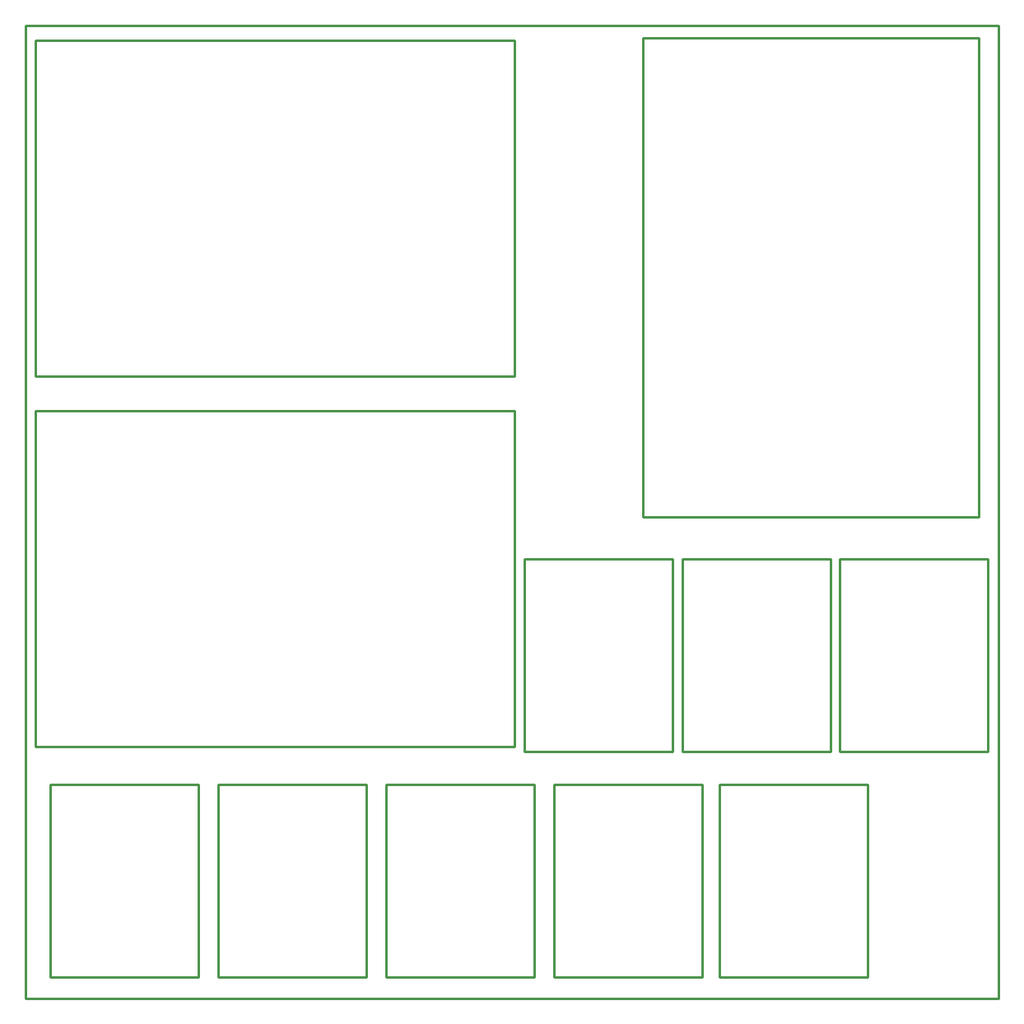
<source format=gko>
%FSLAX25Y25*%
%MOIN*%
G70*
G01*
G75*
G04 Layer_Color=16711935*
%ADD10R,0.01772X0.06299*%
%ADD11R,0.06299X0.13386*%
%ADD12R,0.05512X0.01654*%
%ADD13R,0.04724X0.04724*%
%ADD14R,0.08465X0.05000*%
%ADD15R,0.09000X0.15000*%
%ADD16R,0.05906X0.03937*%
%ADD17R,0.03937X0.05906*%
%ADD18R,0.07874X0.11024*%
%ADD19R,0.03500X0.05000*%
%ADD20R,0.07874X0.15748*%
%ADD21R,0.06299X0.09449*%
%ADD22R,0.05512X0.07087*%
%ADD23R,0.05906X0.15748*%
%ADD24R,0.06299X0.01772*%
%ADD25R,0.13386X0.06299*%
%ADD26R,0.01654X0.05512*%
%ADD27R,0.04724X0.04724*%
%ADD28R,0.05000X0.08465*%
%ADD29R,0.15000X0.09000*%
%ADD30R,0.11024X0.07874*%
%ADD31R,0.15748X0.05906*%
%ADD32R,0.05000X0.03500*%
%ADD33R,0.15748X0.07874*%
%ADD34R,0.09449X0.06299*%
%ADD35R,0.07087X0.05512*%
%ADD36R,0.06600X0.01700*%
%ADD37C,0.02500*%
%ADD38C,0.02000*%
%ADD39C,0.03000*%
%ADD40C,0.01500*%
%ADD41C,0.04000*%
%ADD42C,0.01000*%
%ADD43C,0.01800*%
%ADD44R,0.01600X0.04800*%
%ADD45R,0.34200X0.03200*%
%ADD46R,0.14413X0.28346*%
%ADD47R,0.04800X0.01600*%
%ADD48R,0.03200X0.34200*%
%ADD49R,0.28346X0.14413*%
%ADD50C,0.15800*%
%ADD51R,0.05512X0.07874*%
%ADD52R,0.05118X0.07874*%
%ADD53C,0.07874*%
%ADD54R,0.07874X0.05512*%
%ADD55R,0.07874X0.05118*%
%ADD56C,0.05000*%
%ADD57C,0.04000*%
%ADD58C,0.06000*%
%ADD59C,0.03937*%
%ADD60R,0.09449X0.04724*%
%ADD61R,0.04724X0.11024*%
%ADD62R,0.03000X0.10000*%
%ADD63R,0.10000X0.20000*%
%ADD64R,0.06299X0.05512*%
%ADD65R,0.09843X0.14961*%
%ADD66R,0.04724X0.09449*%
%ADD67R,0.11024X0.04724*%
%ADD68R,0.10000X0.03000*%
%ADD69R,0.20000X0.10000*%
%ADD70R,0.05512X0.06299*%
%ADD71R,0.14961X0.09843*%
%ADD72R,0.03150X0.04724*%
%ADD73C,0.03500*%
%ADD74R,0.26400X0.28346*%
%ADD75R,0.28346X0.26400*%
%ADD76C,0.00200*%
%ADD77C,0.00591*%
%ADD78C,0.00394*%
%ADD79C,0.00787*%
%ADD80C,0.00500*%
%ADD81C,0.00050*%
%ADD82C,0.00800*%
%ADD83R,0.02300X0.06299*%
%ADD84R,0.06299X0.02300*%
%ADD85R,0.02572X0.07099*%
%ADD86R,0.07099X0.14186*%
%ADD87R,0.06312X0.02454*%
%ADD88R,0.05524X0.05524*%
%ADD89R,0.09265X0.05800*%
%ADD90R,0.09800X0.15800*%
%ADD91R,0.06706X0.04737*%
%ADD92R,0.04737X0.06706*%
%ADD93R,0.08674X0.11824*%
%ADD94R,0.04300X0.05800*%
%ADD95R,0.08674X0.16548*%
%ADD96R,0.07099X0.10249*%
%ADD97R,0.06312X0.07887*%
%ADD98R,0.06706X0.16548*%
%ADD99R,0.07099X0.02572*%
%ADD100R,0.14186X0.07099*%
%ADD101R,0.02454X0.06312*%
%ADD102R,0.05524X0.05524*%
%ADD103R,0.05800X0.09265*%
%ADD104R,0.15800X0.09800*%
%ADD105R,0.11824X0.08674*%
%ADD106R,0.16548X0.06706*%
%ADD107R,0.05800X0.04300*%
%ADD108R,0.16548X0.08674*%
%ADD109R,0.10249X0.07099*%
%ADD110R,0.07887X0.06312*%
%ADD111R,0.07400X0.02500*%
%ADD112C,0.16600*%
%ADD113R,0.06312X0.08674*%
%ADD114R,0.05918X0.08674*%
%ADD115C,0.08674*%
%ADD116R,0.08674X0.06312*%
%ADD117R,0.08674X0.05918*%
%ADD118C,0.05800*%
%ADD119C,0.04800*%
%ADD120C,0.06800*%
%ADD121C,0.04737*%
%ADD122R,0.10249X0.05524*%
%ADD123R,0.05524X0.11824*%
%ADD124R,0.03800X0.10800*%
%ADD125R,0.10800X0.20800*%
%ADD126R,0.07099X0.06312*%
%ADD127R,0.10642X0.15761*%
%ADD128R,0.05524X0.10249*%
%ADD129R,0.11824X0.05524*%
%ADD130R,0.10800X0.03800*%
%ADD131R,0.20800X0.10800*%
%ADD132R,0.06312X0.07099*%
%ADD133R,0.15761X0.10642*%
%ADD134R,0.03950X0.05524*%
%ADD135C,0.00300*%
%ADD136C,0.01969*%
%ADD137C,0.01181*%
%ADD138R,0.02100X0.06299*%
%ADD139R,0.06299X0.02100*%
%ADD140R,0.06000X0.16929*%
%ADD141R,0.02100X0.06299*%
%ADD142R,0.16929X0.06000*%
D42*
X110000Y110000D02*
Y504000D01*
Y110000D02*
X504000D01*
Y504000D01*
X110000D02*
X504000D01*
X308100Y362100D02*
Y498100D01*
X114100D02*
X308100D01*
X114100Y362100D02*
X308100D01*
X114100D02*
Y498100D01*
Y212100D02*
Y348100D01*
Y212100D02*
X308100D01*
X114100Y348100D02*
X308100D01*
Y212100D02*
Y348100D01*
X359900Y499100D02*
X495900D01*
X359900Y305100D02*
Y499100D01*
X495900Y305100D02*
Y499100D01*
X359900Y305100D02*
X495900D01*
X120000Y196500D02*
X180000D01*
X120000Y118500D02*
Y196500D01*
Y118500D02*
X180000D01*
Y196500D01*
X248000Y118500D02*
Y196500D01*
X188000Y118500D02*
X248000D01*
X188000D02*
Y196500D01*
X248000D01*
X324000D02*
X384000D01*
X324000Y118500D02*
Y196500D01*
Y118500D02*
X384000D01*
Y196500D01*
X316000Y118500D02*
Y196500D01*
X256000Y118500D02*
X316000D01*
X256000D02*
Y196500D01*
X316000D01*
X451000Y118500D02*
Y196500D01*
X391000Y118500D02*
X451000D01*
X391000D02*
Y196500D01*
X451000D01*
X439500Y288000D02*
X499500D01*
X439500Y210000D02*
Y288000D01*
Y210000D02*
X499500D01*
Y288000D01*
X312000D02*
X372000D01*
X312000Y210000D02*
Y288000D01*
Y210000D02*
X372000D01*
Y288000D01*
X436000Y210000D02*
Y288000D01*
X376000Y210000D02*
X436000D01*
X376000D02*
Y288000D01*
X436000D01*
M02*

</source>
